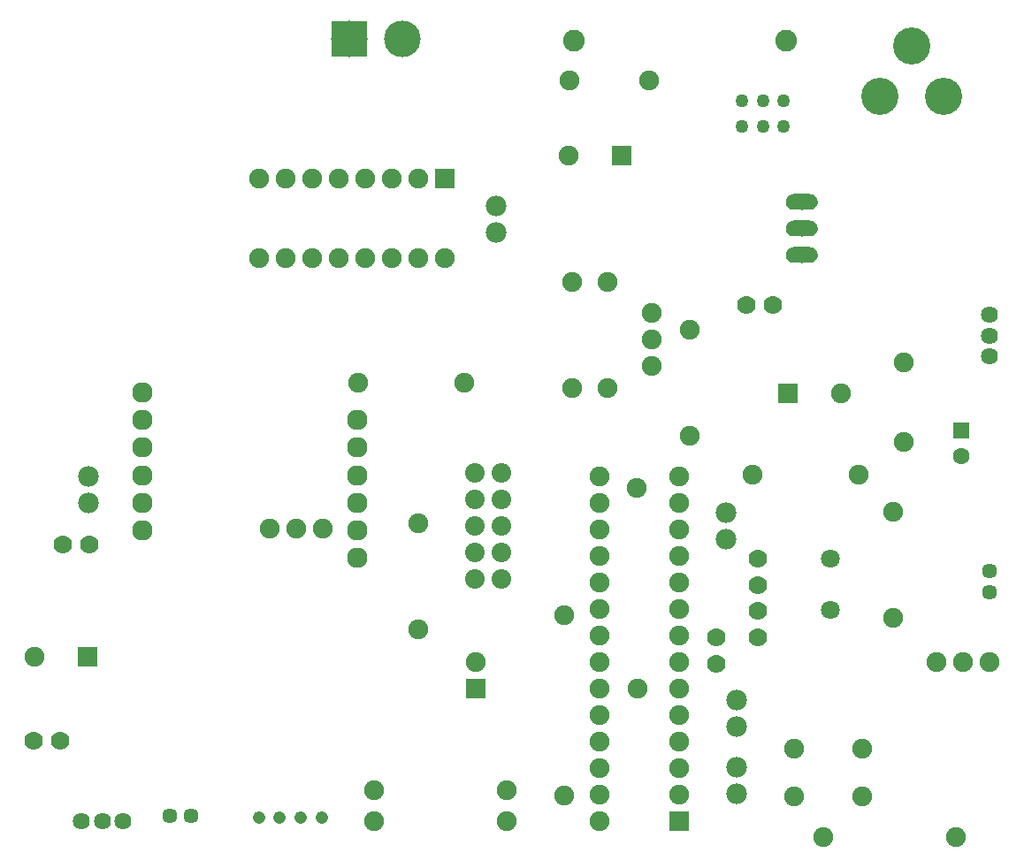
<source format=gtl>
G04 MADE WITH FRITZING*
G04 WWW.FRITZING.ORG*
G04 DOUBLE SIDED*
G04 HOLES PLATED*
G04 CONTOUR ON CENTER OF CONTOUR VECTOR*
%ASAXBY*%
%FSLAX23Y23*%
%MOIN*%
%OFA0B0*%
%SFA1.0B1.0*%
%ADD10C,0.050000*%
%ADD11C,0.140000*%
%ADD12C,0.073667*%
%ADD13C,0.077119*%
%ADD14C,0.075000*%
%ADD15C,0.057000*%
%ADD16C,0.047559*%
%ADD17C,0.064000*%
%ADD18C,0.062992*%
%ADD19C,0.137795*%
%ADD20C,0.078000*%
%ADD21C,0.060000*%
%ADD22C,0.082000*%
%ADD23C,0.070000*%
%ADD24C,0.070925*%
%ADD25C,0.070866*%
%ADD26R,0.075000X0.075000*%
%ADD27R,0.062992X0.062992*%
%ADD28R,0.137795X0.137795*%
%ADD29R,0.001000X0.001000*%
%LNCOPPER1*%
G90*
G70*
G54D10*
X3145Y3330D03*
X3145Y3232D03*
X3224Y3232D03*
X3066Y3232D03*
X3066Y3330D03*
X3224Y3330D03*
X3145Y3330D03*
X3145Y3232D03*
X3224Y3232D03*
X3066Y3232D03*
X3066Y3330D03*
X3224Y3330D03*
G54D11*
X3586Y3346D03*
X3826Y3346D03*
X3706Y3536D03*
G54D12*
X2161Y1527D03*
X2061Y1527D03*
X2161Y1627D03*
X2061Y1627D03*
X2161Y1727D03*
X2061Y1727D03*
X2161Y1827D03*
X2061Y1827D03*
X2161Y1927D03*
X2061Y1927D03*
G54D13*
X806Y2231D03*
X806Y2126D03*
X806Y2022D03*
X806Y1918D03*
X806Y1814D03*
X806Y1710D03*
X1617Y2126D03*
X1617Y2022D03*
X1617Y1918D03*
X1617Y1814D03*
X1617Y1710D03*
X1617Y1605D03*
G54D14*
X3519Y708D03*
X3263Y708D03*
X3519Y885D03*
X3263Y885D03*
G54D15*
X4001Y1477D03*
X4001Y1556D03*
X4001Y1477D03*
X4001Y1556D03*
X911Y633D03*
X990Y633D03*
X911Y633D03*
X990Y633D03*
G54D16*
X1245Y626D03*
X1324Y626D03*
X1403Y626D03*
X1482Y626D03*
X1245Y626D03*
X1324Y626D03*
X1403Y626D03*
X1482Y626D03*
G54D17*
X4001Y2365D03*
X4001Y2444D03*
X4001Y2522D03*
X4001Y2365D03*
X4001Y2444D03*
X4001Y2522D03*
X576Y613D03*
X655Y613D03*
X734Y613D03*
X576Y613D03*
X655Y613D03*
X734Y613D03*
G54D14*
X3240Y2226D03*
X3440Y2226D03*
X599Y1233D03*
X399Y1233D03*
X2614Y3123D03*
X2414Y3123D03*
X3676Y2344D03*
X3676Y2044D03*
X2397Y1389D03*
X2397Y711D03*
G54D18*
X3893Y2088D03*
X3893Y1989D03*
G54D14*
X2670Y1871D03*
X2672Y1113D03*
X2831Y612D03*
X2531Y612D03*
X2831Y712D03*
X2531Y712D03*
X2831Y812D03*
X2531Y812D03*
X2831Y912D03*
X2531Y912D03*
X2831Y1012D03*
X2531Y1012D03*
X2831Y1112D03*
X2531Y1112D03*
X2831Y1212D03*
X2531Y1212D03*
X2831Y1312D03*
X2531Y1312D03*
X2831Y1412D03*
X2531Y1412D03*
X2831Y1512D03*
X2531Y1512D03*
X2831Y1612D03*
X2531Y1612D03*
X2831Y1712D03*
X2531Y1712D03*
X2831Y1812D03*
X2531Y1812D03*
X2831Y1912D03*
X2531Y1912D03*
X1946Y3037D03*
X1946Y2737D03*
X1846Y3037D03*
X1846Y2737D03*
X1746Y3037D03*
X1746Y2737D03*
X1646Y3037D03*
X1646Y2737D03*
X1546Y3037D03*
X1546Y2737D03*
X1446Y3037D03*
X1446Y2737D03*
X1346Y3037D03*
X1346Y2737D03*
X1246Y3037D03*
X1246Y2737D03*
G54D19*
X1587Y3563D03*
X1787Y3563D03*
G54D20*
X3007Y1678D03*
X3007Y1778D03*
X3046Y970D03*
X3046Y1070D03*
X2141Y2834D03*
X2141Y2934D03*
X3046Y715D03*
X3046Y815D03*
X602Y1812D03*
X602Y1912D03*
G54D21*
X3293Y2947D03*
X3293Y2847D03*
X3293Y2747D03*
X3293Y2947D03*
X3293Y2847D03*
X3293Y2747D03*
G54D22*
X3234Y3556D03*
X2434Y3556D03*
G54D14*
X2179Y613D03*
X1679Y613D03*
X2179Y731D03*
X1679Y731D03*
X4001Y1213D03*
X3901Y1213D03*
X3801Y1213D03*
X2726Y2531D03*
X2726Y2431D03*
X2726Y2331D03*
G54D23*
X3184Y2560D03*
X3084Y2560D03*
G54D14*
X2869Y2068D03*
X2869Y2468D03*
X2559Y2245D03*
X2559Y2645D03*
X3505Y1920D03*
X3105Y1920D03*
X2427Y2647D03*
X2427Y2247D03*
X3637Y1381D03*
X3637Y1781D03*
X2019Y2267D03*
X1619Y2267D03*
X3373Y552D03*
X3873Y552D03*
G54D23*
X3125Y1603D03*
X3125Y1503D03*
X2969Y1306D03*
X2969Y1206D03*
X3125Y1406D03*
X3125Y1306D03*
G54D24*
X3399Y1602D03*
G54D25*
X3399Y1409D03*
G54D14*
X2417Y3408D03*
X2717Y3408D03*
X1486Y1715D03*
X1386Y1715D03*
X1286Y1715D03*
X1846Y1335D03*
X1846Y1735D03*
G54D23*
X497Y918D03*
X397Y918D03*
X607Y1656D03*
X507Y1656D03*
G54D14*
X2062Y1113D03*
X2062Y1213D03*
G54D26*
X3240Y2226D03*
X599Y1233D03*
X2614Y3123D03*
G54D27*
X3893Y2088D03*
G54D26*
X2831Y612D03*
X1946Y3037D03*
G54D28*
X1587Y3563D03*
G54D26*
X2062Y1113D03*
G54D29*
X3259Y2978D02*
X3324Y2978D01*
X3254Y2977D02*
X3329Y2977D01*
X3251Y2976D02*
X3332Y2976D01*
X3249Y2975D02*
X3335Y2975D01*
X3247Y2974D02*
X3336Y2974D01*
X3245Y2973D02*
X3338Y2973D01*
X3244Y2972D02*
X3339Y2972D01*
X3243Y2971D02*
X3341Y2971D01*
X3242Y2970D02*
X3342Y2970D01*
X3241Y2969D02*
X3343Y2969D01*
X3240Y2968D02*
X3290Y2968D01*
X3294Y2968D02*
X3344Y2968D01*
X3239Y2967D02*
X3285Y2967D01*
X3299Y2967D02*
X3345Y2967D01*
X3238Y2966D02*
X3282Y2966D01*
X3301Y2966D02*
X3345Y2966D01*
X3237Y2965D02*
X3281Y2965D01*
X3303Y2965D02*
X3346Y2965D01*
X3237Y2964D02*
X3279Y2964D01*
X3304Y2964D02*
X3347Y2964D01*
X3236Y2963D02*
X3278Y2963D01*
X3306Y2963D02*
X3347Y2963D01*
X3236Y2962D02*
X3277Y2962D01*
X3307Y2962D02*
X3348Y2962D01*
X3235Y2961D02*
X3276Y2961D01*
X3307Y2961D02*
X3348Y2961D01*
X3235Y2960D02*
X3275Y2960D01*
X3308Y2960D02*
X3349Y2960D01*
X3234Y2959D02*
X3274Y2959D01*
X3309Y2959D02*
X3349Y2959D01*
X3234Y2958D02*
X3274Y2958D01*
X3310Y2958D02*
X3350Y2958D01*
X3234Y2957D02*
X3273Y2957D01*
X3310Y2957D02*
X3350Y2957D01*
X3233Y2956D02*
X3273Y2956D01*
X3311Y2956D02*
X3350Y2956D01*
X3233Y2955D02*
X3273Y2955D01*
X3311Y2955D02*
X3350Y2955D01*
X3233Y2954D02*
X3272Y2954D01*
X3311Y2954D02*
X3351Y2954D01*
X3233Y2953D02*
X3272Y2953D01*
X3312Y2953D02*
X3351Y2953D01*
X3233Y2952D02*
X3272Y2952D01*
X3312Y2952D02*
X3351Y2952D01*
X3232Y2951D02*
X3272Y2951D01*
X3312Y2951D02*
X3351Y2951D01*
X3232Y2950D02*
X3271Y2950D01*
X3312Y2950D02*
X3351Y2950D01*
X3232Y2949D02*
X3271Y2949D01*
X3312Y2949D02*
X3351Y2949D01*
X3232Y2948D02*
X3271Y2948D01*
X3312Y2948D02*
X3351Y2948D01*
X3232Y2947D02*
X3271Y2947D01*
X3312Y2947D02*
X3351Y2947D01*
X3232Y2946D02*
X3271Y2946D01*
X3312Y2946D02*
X3351Y2946D01*
X3232Y2945D02*
X3272Y2945D01*
X3312Y2945D02*
X3351Y2945D01*
X3233Y2944D02*
X3272Y2944D01*
X3312Y2944D02*
X3351Y2944D01*
X3233Y2943D02*
X3272Y2943D01*
X3311Y2943D02*
X3351Y2943D01*
X3233Y2942D02*
X3272Y2942D01*
X3311Y2942D02*
X3351Y2942D01*
X3233Y2941D02*
X3273Y2941D01*
X3311Y2941D02*
X3350Y2941D01*
X3233Y2940D02*
X3273Y2940D01*
X3310Y2940D02*
X3350Y2940D01*
X3234Y2939D02*
X3274Y2939D01*
X3310Y2939D02*
X3350Y2939D01*
X3234Y2938D02*
X3274Y2938D01*
X3309Y2938D02*
X3349Y2938D01*
X3234Y2937D02*
X3275Y2937D01*
X3309Y2937D02*
X3349Y2937D01*
X3235Y2936D02*
X3275Y2936D01*
X3308Y2936D02*
X3349Y2936D01*
X3235Y2935D02*
X3276Y2935D01*
X3307Y2935D02*
X3348Y2935D01*
X3236Y2934D02*
X3277Y2934D01*
X3306Y2934D02*
X3348Y2934D01*
X3236Y2933D02*
X3278Y2933D01*
X3305Y2933D02*
X3347Y2933D01*
X3237Y2932D02*
X3280Y2932D01*
X3304Y2932D02*
X3346Y2932D01*
X3238Y2931D02*
X3281Y2931D01*
X3302Y2931D02*
X3346Y2931D01*
X3238Y2930D02*
X3283Y2930D01*
X3300Y2930D02*
X3345Y2930D01*
X3239Y2929D02*
X3286Y2929D01*
X3298Y2929D02*
X3344Y2929D01*
X3240Y2928D02*
X3343Y2928D01*
X3241Y2927D02*
X3342Y2927D01*
X3242Y2926D02*
X3341Y2926D01*
X3243Y2925D02*
X3340Y2925D01*
X3244Y2924D02*
X3339Y2924D01*
X3246Y2923D02*
X3338Y2923D01*
X3248Y2922D02*
X3336Y2922D01*
X3250Y2921D02*
X3334Y2921D01*
X3252Y2920D02*
X3331Y2920D01*
X3255Y2919D02*
X3328Y2919D01*
X3259Y2878D02*
X3324Y2878D01*
X3254Y2877D02*
X3329Y2877D01*
X3251Y2876D02*
X3332Y2876D01*
X3249Y2875D02*
X3335Y2875D01*
X3247Y2874D02*
X3336Y2874D01*
X3245Y2873D02*
X3338Y2873D01*
X3244Y2872D02*
X3339Y2872D01*
X3243Y2871D02*
X3341Y2871D01*
X3242Y2870D02*
X3342Y2870D01*
X3241Y2869D02*
X3343Y2869D01*
X3240Y2868D02*
X3290Y2868D01*
X3294Y2868D02*
X3344Y2868D01*
X3239Y2867D02*
X3285Y2867D01*
X3299Y2867D02*
X3345Y2867D01*
X3238Y2866D02*
X3282Y2866D01*
X3301Y2866D02*
X3345Y2866D01*
X3237Y2865D02*
X3280Y2865D01*
X3303Y2865D02*
X3346Y2865D01*
X3237Y2864D02*
X3279Y2864D01*
X3304Y2864D02*
X3347Y2864D01*
X3236Y2863D02*
X3278Y2863D01*
X3306Y2863D02*
X3347Y2863D01*
X3236Y2862D02*
X3277Y2862D01*
X3307Y2862D02*
X3348Y2862D01*
X3235Y2861D02*
X3276Y2861D01*
X3307Y2861D02*
X3348Y2861D01*
X3235Y2860D02*
X3275Y2860D01*
X3308Y2860D02*
X3349Y2860D01*
X3234Y2859D02*
X3274Y2859D01*
X3309Y2859D02*
X3349Y2859D01*
X3234Y2858D02*
X3274Y2858D01*
X3310Y2858D02*
X3350Y2858D01*
X3234Y2857D02*
X3273Y2857D01*
X3310Y2857D02*
X3350Y2857D01*
X3233Y2856D02*
X3273Y2856D01*
X3311Y2856D02*
X3350Y2856D01*
X3233Y2855D02*
X3272Y2855D01*
X3311Y2855D02*
X3350Y2855D01*
X3233Y2854D02*
X3272Y2854D01*
X3311Y2854D02*
X3351Y2854D01*
X3233Y2853D02*
X3272Y2853D01*
X3312Y2853D02*
X3351Y2853D01*
X3232Y2852D02*
X3272Y2852D01*
X3312Y2852D02*
X3351Y2852D01*
X3232Y2851D02*
X3272Y2851D01*
X3312Y2851D02*
X3351Y2851D01*
X3232Y2850D02*
X3271Y2850D01*
X3312Y2850D02*
X3351Y2850D01*
X3232Y2849D02*
X3271Y2849D01*
X3312Y2849D02*
X3351Y2849D01*
X3232Y2848D02*
X3271Y2848D01*
X3312Y2848D02*
X3351Y2848D01*
X3232Y2847D02*
X3271Y2847D01*
X3312Y2847D02*
X3351Y2847D01*
X3232Y2846D02*
X3271Y2846D01*
X3312Y2846D02*
X3351Y2846D01*
X3232Y2845D02*
X3272Y2845D01*
X3312Y2845D02*
X3351Y2845D01*
X3233Y2844D02*
X3272Y2844D01*
X3312Y2844D02*
X3351Y2844D01*
X3233Y2843D02*
X3272Y2843D01*
X3311Y2843D02*
X3351Y2843D01*
X3233Y2842D02*
X3272Y2842D01*
X3311Y2842D02*
X3351Y2842D01*
X3233Y2841D02*
X3273Y2841D01*
X3311Y2841D02*
X3350Y2841D01*
X3233Y2840D02*
X3273Y2840D01*
X3310Y2840D02*
X3350Y2840D01*
X3234Y2839D02*
X3274Y2839D01*
X3310Y2839D02*
X3350Y2839D01*
X3234Y2838D02*
X3274Y2838D01*
X3309Y2838D02*
X3349Y2838D01*
X3234Y2837D02*
X3275Y2837D01*
X3309Y2837D02*
X3349Y2837D01*
X3235Y2836D02*
X3275Y2836D01*
X3308Y2836D02*
X3349Y2836D01*
X3235Y2835D02*
X3276Y2835D01*
X3307Y2835D02*
X3348Y2835D01*
X3236Y2834D02*
X3277Y2834D01*
X3306Y2834D02*
X3348Y2834D01*
X3236Y2833D02*
X3278Y2833D01*
X3305Y2833D02*
X3347Y2833D01*
X3237Y2832D02*
X3280Y2832D01*
X3304Y2832D02*
X3346Y2832D01*
X3238Y2831D02*
X3281Y2831D01*
X3302Y2831D02*
X3346Y2831D01*
X3238Y2830D02*
X3283Y2830D01*
X3300Y2830D02*
X3345Y2830D01*
X3239Y2829D02*
X3286Y2829D01*
X3298Y2829D02*
X3344Y2829D01*
X3240Y2828D02*
X3343Y2828D01*
X3241Y2827D02*
X3342Y2827D01*
X3242Y2826D02*
X3341Y2826D01*
X3243Y2825D02*
X3340Y2825D01*
X3245Y2824D02*
X3339Y2824D01*
X3246Y2823D02*
X3337Y2823D01*
X3248Y2822D02*
X3336Y2822D01*
X3250Y2821D02*
X3334Y2821D01*
X3252Y2820D02*
X3331Y2820D01*
X3255Y2819D02*
X3328Y2819D01*
X3259Y2778D02*
X3324Y2778D01*
X3254Y2777D02*
X3330Y2777D01*
X3251Y2776D02*
X3332Y2776D01*
X3249Y2775D02*
X3335Y2775D01*
X3247Y2774D02*
X3336Y2774D01*
X3245Y2773D02*
X3338Y2773D01*
X3244Y2772D02*
X3339Y2772D01*
X3243Y2771D02*
X3341Y2771D01*
X3242Y2770D02*
X3342Y2770D01*
X3241Y2769D02*
X3343Y2769D01*
X3240Y2768D02*
X3289Y2768D01*
X3294Y2768D02*
X3344Y2768D01*
X3239Y2767D02*
X3285Y2767D01*
X3299Y2767D02*
X3345Y2767D01*
X3238Y2766D02*
X3282Y2766D01*
X3301Y2766D02*
X3345Y2766D01*
X3237Y2765D02*
X3280Y2765D01*
X3303Y2765D02*
X3346Y2765D01*
X3237Y2764D02*
X3279Y2764D01*
X3304Y2764D02*
X3347Y2764D01*
X3236Y2763D02*
X3278Y2763D01*
X3306Y2763D02*
X3347Y2763D01*
X3236Y2762D02*
X3277Y2762D01*
X3307Y2762D02*
X3348Y2762D01*
X3235Y2761D02*
X3276Y2761D01*
X3307Y2761D02*
X3348Y2761D01*
X3235Y2760D02*
X3275Y2760D01*
X3308Y2760D02*
X3349Y2760D01*
X3234Y2759D02*
X3274Y2759D01*
X3309Y2759D02*
X3349Y2759D01*
X3234Y2758D02*
X3274Y2758D01*
X3310Y2758D02*
X3350Y2758D01*
X3234Y2757D02*
X3273Y2757D01*
X3310Y2757D02*
X3350Y2757D01*
X3233Y2756D02*
X3273Y2756D01*
X3311Y2756D02*
X3350Y2756D01*
X3233Y2755D02*
X3272Y2755D01*
X3311Y2755D02*
X3350Y2755D01*
X3233Y2754D02*
X3272Y2754D01*
X3311Y2754D02*
X3351Y2754D01*
X3233Y2753D02*
X3272Y2753D01*
X3312Y2753D02*
X3351Y2753D01*
X3232Y2752D02*
X3272Y2752D01*
X3312Y2752D02*
X3351Y2752D01*
X3232Y2751D02*
X3272Y2751D01*
X3312Y2751D02*
X3351Y2751D01*
X3232Y2750D02*
X3271Y2750D01*
X3312Y2750D02*
X3351Y2750D01*
X3232Y2749D02*
X3271Y2749D01*
X3312Y2749D02*
X3351Y2749D01*
X3232Y2748D02*
X3271Y2748D01*
X3312Y2748D02*
X3351Y2748D01*
X3232Y2747D02*
X3271Y2747D01*
X3312Y2747D02*
X3351Y2747D01*
X3232Y2746D02*
X3271Y2746D01*
X3312Y2746D02*
X3351Y2746D01*
X3232Y2745D02*
X3272Y2745D01*
X3312Y2745D02*
X3351Y2745D01*
X3233Y2744D02*
X3272Y2744D01*
X3312Y2744D02*
X3351Y2744D01*
X3233Y2743D02*
X3272Y2743D01*
X3311Y2743D02*
X3351Y2743D01*
X3233Y2742D02*
X3272Y2742D01*
X3311Y2742D02*
X3351Y2742D01*
X3233Y2741D02*
X3273Y2741D01*
X3311Y2741D02*
X3350Y2741D01*
X3233Y2740D02*
X3273Y2740D01*
X3310Y2740D02*
X3350Y2740D01*
X3234Y2739D02*
X3274Y2739D01*
X3310Y2739D02*
X3350Y2739D01*
X3234Y2738D02*
X3274Y2738D01*
X3309Y2738D02*
X3349Y2738D01*
X3234Y2737D02*
X3275Y2737D01*
X3309Y2737D02*
X3349Y2737D01*
X3235Y2736D02*
X3275Y2736D01*
X3308Y2736D02*
X3349Y2736D01*
X3235Y2735D02*
X3276Y2735D01*
X3307Y2735D02*
X3348Y2735D01*
X3236Y2734D02*
X3277Y2734D01*
X3306Y2734D02*
X3348Y2734D01*
X3236Y2733D02*
X3278Y2733D01*
X3305Y2733D02*
X3347Y2733D01*
X3237Y2732D02*
X3280Y2732D01*
X3304Y2732D02*
X3346Y2732D01*
X3238Y2731D02*
X3281Y2731D01*
X3302Y2731D02*
X3346Y2731D01*
X3238Y2730D02*
X3283Y2730D01*
X3300Y2730D02*
X3345Y2730D01*
X3239Y2729D02*
X3286Y2729D01*
X3297Y2729D02*
X3344Y2729D01*
X3240Y2728D02*
X3343Y2728D01*
X3241Y2727D02*
X3342Y2727D01*
X3242Y2726D02*
X3341Y2726D01*
X3243Y2725D02*
X3340Y2725D01*
X3245Y2724D02*
X3339Y2724D01*
X3246Y2723D02*
X3337Y2723D01*
X3248Y2722D02*
X3336Y2722D01*
X3250Y2721D02*
X3334Y2721D01*
X3252Y2720D02*
X3331Y2720D01*
X3255Y2719D02*
X3328Y2719D01*
D02*
G04 End of Copper1*
M02*
</source>
